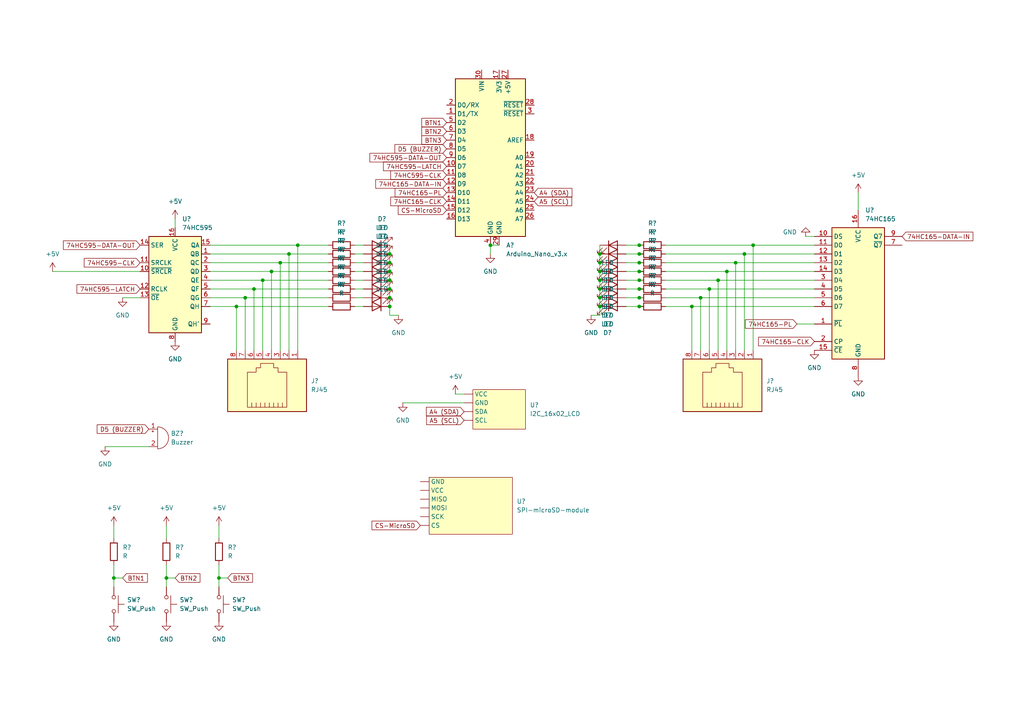
<source format=kicad_sch>
(kicad_sch (version 20211123) (generator eeschema)
  (paper "A4")
  (title_block (title "RJ-45 Tester (by Trifan Bogdan-Cristian)"))
  (lib_symbols
    (symbol "74xx:74HC165"
      (property "Reference" "U" (at -7.62 19.05 0))
      (property "Value" "74HC165" (at -7.62 -21.59 0))
      (symbol "74HC165_1_0"
        (pin input line (at -12.7 -10.16 0) (length 5.08) (name "~{PL}") (number "1"))
        (pin input line (at -12.7 15.24 0) (length 5.08) (name "DS") (number "10"))
        (pin input line (at -12.7 12.7 0) (length 5.08) (name "D0") (number "11"))
        (pin input line (at -12.7 10.16 0) (length 5.08) (name "D1") (number "12"))
        (pin input line (at -12.7 7.62 0) (length 5.08) (name "D2") (number "13"))
        (pin input line (at -12.7 5.08 0) (length 5.08) (name "D3") (number "14"))
        (pin input line (at -12.7 -17.78 0) (length 5.08) (name "~{CE}") (number "15"))
        (pin power_in line (at 0 22.86 270) (length 5.08) (name "VCC") (number "16"))
        (pin input line (at -12.7 -15.24 0) (length 5.08) (name "CP") (number "2"))
        (pin input line (at -12.7 2.54 0) (length 5.08) (name "D4") (number "3"))
        (pin input line (at -12.7 0 0) (length 5.08) (name "D5") (number "4"))
        (pin input line (at -12.7 -2.54 0) (length 5.08) (name "D6") (number "5"))
        (pin input line (at -12.7 -5.08 0) (length 5.08) (name "D7") (number "6"))
        (pin output line (at 12.7 12.7 180) (length 5.08) (name "~{Q7}") (number "7"))
        (pin power_in line (at 0 -25.4 90) (length 5.08) (name "GND") (number "8"))
        (pin output line (at 12.7 15.24 180) (length 5.08) (name "Q7") (number "9"))
      )
      (symbol "74HC165_1_1"
        (rectangle (start -7.62 17.78) (end 7.62 -20.32) (stroke (width 0.254)) (fill (type background)))
      )
    )
    (symbol "74xx:74HC595"
      (property "Reference" "U" (at -7.62 13.97 0))
      (property "Value" "74HC595" (at -7.62 -16.51 0))
      (symbol "74HC595_1_0"
        (pin tri_state line (at 10.16 7.62 180) (length 2.54) (name "QB") (number "1"))
        (pin input line (at -10.16 2.54 0) (length 2.54) (name "~{SRCLR}") (number "10"))
        (pin input line (at -10.16 5.08 0) (length 2.54) (name "SRCLK") (number "11"))
        (pin input line (at -10.16 -2.54 0) (length 2.54) (name "RCLK") (number "12"))
        (pin input line (at -10.16 -5.08 0) (length 2.54) (name "~{OE}") (number "13"))
        (pin input line (at -10.16 10.16 0) (length 2.54) (name "SER") (number "14"))
        (pin tri_state line (at 10.16 10.16 180) (length 2.54) (name "QA") (number "15"))
        (pin power_in line (at 0 15.24 270) (length 2.54) (name "VCC") (number "16"))
        (pin tri_state line (at 10.16 5.08 180) (length 2.54) (name "QC") (number "2"))
        (pin tri_state line (at 10.16 2.54 180) (length 2.54) (name "QD") (number "3"))
        (pin tri_state line (at 10.16 0 180) (length 2.54) (name "QE") (number "4"))
        (pin tri_state line (at 10.16 -2.54 180) (length 2.54) (name "QF") (number "5"))
        (pin tri_state line (at 10.16 -5.08 180) (length 2.54) (name "QG") (number "6"))
        (pin tri_state line (at 10.16 -7.62 180) (length 2.54) (name "QH") (number "7"))
        (pin power_in line (at 0 -17.78 90) (length 2.54) (name "GND") (number "8"))
        (pin output line (at 10.16 -12.7 180) (length 2.54) (name "QH'") (number "9"))
      )
      (symbol "74HC595_1_1"
        (rectangle (start -7.62 12.7) (end 7.62 -15.24) (stroke (width 0.254)) (fill (type background)))
      )
    )
    (symbol "Connector:RJ45" (pin_names (offset 1.016))
      (property "Reference" "J" (at -5.08 13.97 0))
      (property "Value" "RJ45" (at 2.54 13.97 0))
      (symbol "RJ45_0_1"
        (polyline (pts (xy -5.08 4.445) (xy -6.35 4.445)))
        (polyline (pts (xy -5.08 5.715) (xy -6.35 5.715)))
        (polyline (pts (xy -6.35 -3.175) (xy -5.08 -3.175) (xy -5.08 -3.175)))
        (polyline (pts (xy -6.35 -1.905) (xy -5.08 -1.905) (xy -5.08 -1.905)))
        (polyline (pts (xy -6.35 -0.635) (xy -5.08 -0.635) (xy -5.08 -0.635)))
        (polyline (pts (xy -6.35 0.635) (xy -5.08 0.635) (xy -5.08 0.635)))
        (polyline (pts (xy -6.35 1.905) (xy -5.08 1.905) (xy -5.08 1.905)))
        (polyline (pts (xy -5.08 3.175) (xy -6.35 3.175) (xy -6.35 3.175)))
        (polyline (pts (xy -6.35 -4.445) (xy -6.35 6.985) (xy 3.81 6.985) (xy 3.81 4.445) (xy 5.08 4.445) (xy 5.08 3.175) (xy 6.35 3.175) (xy 6.35 -0.635) (xy 5.08 -0.635) (xy 5.08 -1.905) (xy 3.81 -1.905) (xy 3.81 -4.445) (xy -6.35 -4.445) (xy -6.35 -4.445)))
        (rectangle (start 7.62 12.7) (end -7.62 -10.16) (stroke (width 0.254)) (fill (type background)))
      )
      (symbol "RJ45_1_1"
        (pin passive line (at 10.16 -7.62 180) (length 2.54) (name "~") (number "1"))
        (pin passive line (at 10.16 -5.08 180) (length 2.54) (name "~") (number "2"))
        (pin passive line (at 10.16 -2.54 180) (length 2.54) (name "~") (number "3"))
        (pin passive line (at 10.16 0 180) (length 2.54) (name "~") (number "4"))
        (pin passive line (at 10.16 2.54 180) (length 2.54) (name "~") (number "5"))
        (pin passive line (at 10.16 5.08 180) (length 2.54) (name "~") (number "6"))
        (pin passive line (at 10.16 7.62 180) (length 2.54) (name "~") (number "7"))
        (pin passive line (at 10.16 10.16 180) (length 2.54) (name "~") (number "8"))
      )
    )
    (symbol "Device:Buzzer" (pin_names (offset 0.0254) hide)
      (property "Reference" "BZ" (at 3.81 1.27 0))
      (property "Value" "Buzzer" (at 3.81 -1.27 0))
      (symbol "Buzzer_0_1"
        (arc (start 0 -3.175) (mid 3.175 0) (end 0 3.175))
        (polyline (pts (xy -1.651 1.905) (xy -1.143 1.905)))
        (polyline (pts (xy -1.397 2.159) (xy -1.397 1.651)))
        (polyline (pts (xy 0 3.175) (xy 0 -3.175)))
      )
      (symbol "Buzzer_1_1"
        (pin passive line (at -2.54 2.54 0) (length 2.54) (name "-") (number "1"))
        (pin passive line (at -2.54 -2.54 0) (length 2.54) (name "+") (number "2"))
      )
    )
    (symbol "Device:LED" (pin_numbers hide) (pin_names (offset 1.016) hide)
      (property "Reference" "D" (at 0 2.54 0))
      (property "Value" "LED" (at 0 -2.54 0))
      (symbol "LED_0_1"
        (polyline (pts (xy -1.27 -1.27) (xy -1.27 1.27)) (stroke (width 0.254)))
        (polyline (pts (xy -1.27 0) (xy 1.27 0)))
        (polyline (pts (xy 1.27 -1.27) (xy 1.27 1.27) (xy -1.27 0) (xy 1.27 -1.27)) (stroke (width 0.254)))
        (polyline (pts (xy -3.048 -0.762) (xy -4.572 -2.286) (xy -3.81 -2.286) (xy -4.572 -2.286) (xy -4.572 -1.524)))
        (polyline (pts (xy -1.778 -0.762) (xy -3.302 -2.286) (xy -2.54 -2.286) (xy -3.302 -2.286) (xy -3.302 -1.524)))
      )
      (symbol "LED_1_1"
        (pin passive line (at -3.81 0 0) (length 2.54) (name "K") (number "1"))
        (pin passive line (at 3.81 0 180) (length 2.54) (name "A") (number "2"))
      )
    )
    (symbol "Device:R" (pin_numbers hide) (pin_names (offset 0))
      (property "Reference" "R" (at 2.032 0 90))
      (property "Value" "R" (at 0 0 90))
      (symbol "R_0_1"
        (rectangle (start -1.016 -2.54) (end 1.016 2.54) (stroke (width 0.254)))
      )
      (symbol "R_1_1"
        (pin passive line (at 0 3.81 270) (length 1.27) (name "~") (number "1"))
        (pin passive line (at 0 -3.81 90) (length 1.27) (name "~") (number "2"))
      )
    )
    (symbol "MCU_Module:Arduino_Nano_v3.x"
      (property "Reference" "A" (at -10.16 23.495 0))
      (property "Value" "Arduino_Nano_v3.x" (at 5.08 -24.13 0))
      (symbol "Arduino_Nano_v3.x_0_1"
        (rectangle (start -10.16 22.86) (end 10.16 -22.86) (stroke (width 0.254)) (fill (type background)))
      )
      (symbol "Arduino_Nano_v3.x_1_1"
        (pin bidirectional line (at -12.7 12.7 0) (length 2.54) (name "D1/TX") (number "1"))
        (pin bidirectional line (at -12.7 -2.54 0) (length 2.54) (name "D7") (number "10"))
        (pin bidirectional line (at -12.7 -5.08 0) (length 2.54) (name "D8") (number "11"))
        (pin bidirectional line (at -12.7 -7.62 0) (length 2.54) (name "D9") (number "12"))
        (pin bidirectional line (at -12.7 -10.16 0) (length 2.54) (name "D10") (number "13"))
        (pin bidirectional line (at -12.7 -12.7 0) (length 2.54) (name "D11") (number "14"))
        (pin bidirectional line (at -12.7 -15.24 0) (length 2.54) (name "D12") (number "15"))
        (pin bidirectional line (at -12.7 -17.78 0) (length 2.54) (name "D13") (number "16"))
        (pin power_out line (at 2.54 25.4 270) (length 2.54) (name "3V3") (number "17"))
        (pin input line (at 12.7 5.08 180) (length 2.54) (name "AREF") (number "18"))
        (pin bidirectional line (at 12.7 0 180) (length 2.54) (name "A0") (number "19"))
        (pin bidirectional line (at -12.7 15.24 0) (length 2.54) (name "D0/RX") (number "2"))
        (pin bidirectional line (at 12.7 -2.54 180) (length 2.54) (name "A1") (number "20"))
        (pin bidirectional line (at 12.7 -5.08 180) (length 2.54) (name "A2") (number "21"))
        (pin bidirectional line (at 12.7 -7.62 180) (length 2.54) (name "A3") (number "22"))
        (pin bidirectional line (at 12.7 -10.16 180) (length 2.54) (name "A4") (number "23"))
        (pin bidirectional line (at 12.7 -12.7 180) (length 2.54) (name "A5") (number "24"))
        (pin bidirectional line (at 12.7 -15.24 180) (length 2.54) (name "A6") (number "25"))
        (pin bidirectional line (at 12.7 -17.78 180) (length 2.54) (name "A7") (number "26"))
        (pin power_out line (at 5.08 25.4 270) (length 2.54) (name "+5V") (number "27"))
        (pin input line (at 12.7 15.24 180) (length 2.54) (name "~{RESET}") (number "28"))
        (pin power_in line (at 2.54 -25.4 90) (length 2.54) (name "GND") (number "29"))
        (pin input line (at 12.7 12.7 180) (length 2.54) (name "~{RESET}") (number "3"))
        (pin power_in line (at -2.54 25.4 270) (length 2.54) (name "VIN") (number "30"))
        (pin power_in line (at 0 -25.4 90) (length 2.54) (name "GND") (number "4"))
        (pin bidirectional line (at -12.7 10.16 0) (length 2.54) (name "D2") (number "5"))
        (pin bidirectional line (at -12.7 7.62 0) (length 2.54) (name "D3") (number "6"))
        (pin bidirectional line (at -12.7 5.08 0) (length 2.54) (name "D4") (number "7"))
        (pin bidirectional line (at -12.7 2.54 0) (length 2.54) (name "D5") (number "8"))
        (pin bidirectional line (at -12.7 0 0) (length 2.54) (name "D6") (number "9"))
      )
    )
    (symbol "Switch:SW_Push" (pin_numbers hide) (pin_names (offset 1.016) hide)
      (property "Reference" "SW" (at 1.27 2.54 0))
      (property "Value" "SW_Push" (at 0 -1.524 0))
      (symbol "SW_Push_0_1"
        (circle (center -2.032 0) (radius 0.508))
        (polyline (pts (xy 0 1.27) (xy 0 3.048)))
        (polyline (pts (xy 2.54 1.27) (xy -2.54 1.27)))
        (circle (center 2.032 0) (radius 0.508))
        (pin passive line (at -5.08 0 0) (length 2.54) (name "1") (number "1"))
        (pin passive line (at 5.08 0 180) (length 2.54) (name "2") (number "2"))
      )
    )
    (symbol "custom-parts:I2C_16x02_LCD"
      (property "Reference" "U" (at 0 0 0))
      (property "Value" "I2C_16x02_LCD" (at 0 0 0))
      (symbol "I2C_16x02_LCD_0_1"
        (rectangle (start -7.62 -1.27) (end 7.62 -12.7) (fill (type background)))
      )
      (symbol "I2C_16x02_LCD_1_1"
        (pin input line (at -10.16 -5.08 0) (length 2.54) (name "GND") (number ""))
        (pin input line (at -10.16 -10.16 0) (length 2.54) (name "SCL") (number ""))
        (pin input line (at -10.16 -7.62 0) (length 2.54) (name "SDA") (number ""))
        (pin input line (at -10.16 -2.54 0) (length 2.54) (name "VCC") (number ""))
      )
    )
    (symbol "custom-parts:SPI-microSD-module"
      (property "Reference" "U" (at 0 0 0))
      (property "Value" "SPI-microSD-module" (at 0 0 0))
      (symbol "SPI-microSD-module_0_1"
        (rectangle (start -11.43 -1.27) (end 12.7 -17.78) (fill (type background)))
      )
      (symbol "SPI-microSD-module_1_1"
        (pin input line (at -13.97 -15.24 0) (length 2.54) (name "CS") (number ""))
        (pin input line (at -13.97 -2.54 0) (length 2.54) (name "GND") (number ""))
        (pin input line (at -13.97 -7.62 0) (length 2.54) (name "MISO") (number ""))
        (pin input line (at -13.97 -10.16 0) (length 2.54) (name "MOSI") (number ""))
        (pin input line (at -13.97 -12.7 0) (length 2.54) (name "SCK") (number ""))
        (pin input line (at -13.97 -5.08 0) (length 2.54) (name "VCC") (number ""))
      )
    )
    (symbol "power:+5V" (power) (pin_names (offset 0))
      (property "Value" "+5V" (at 0 3.556 0))
      (symbol "+5V_0_1"
        (polyline (pts (xy -0.762 1.27) (xy 0 2.54)))
        (polyline (pts (xy 0 0) (xy 0 2.54)))
        (polyline (pts (xy 0 2.54) (xy 0.762 1.27)))
      )
      (symbol "+5V_1_1"
        (pin power_in line (at 0 0 90) (length 0) hide (name "+5V") (number "1"))
      )
    )
    (symbol "power:GND" (power) (pin_names (offset 0))
      (property "Value" "GND" (at 0 -3.81 0))
      (symbol "GND_0_1"
        (polyline (pts (xy 0 0) (xy 0 -1.27) (xy 1.27 -1.27) (xy 0 -2.54) (xy -1.27 -1.27) (xy 0 -1.27)))
      )
      (symbol "GND_1_1"
        (pin power_in line (at 0 0 270) (length 0) hide (name "GND") (number "1"))
      )
    )
  )
  (junction (at 113.03 86.36))
  (junction (at 208.28 81.28))
  (junction (at 215.9 73.66))
  (junction (at 185.42 73.66))
  (junction (at 173.99 83.82))
  (junction (at 113.03 73.66))
  (junction (at 173.99 88.9))
  (junction (at 71.12 86.36))
  (junction (at 205.74 83.82))
  (junction (at 78.74 78.74))
  (junction (at 185.42 81.28))
  (junction (at 48.26 167.64))
  (junction (at 218.44 71.12))
  (junction (at 185.42 78.74))
  (junction (at 73.66 83.82))
  (junction (at 173.99 81.28))
  (junction (at 86.36 71.12))
  (junction (at 113.03 81.28))
  (junction (at 76.2 81.28))
  (junction (at 210.82 78.74))
  (junction (at 185.42 88.9))
  (junction (at 185.42 86.36))
  (junction (at 113.03 76.2))
  (junction (at 185.42 71.12))
  (junction (at 83.82 73.66))
  (junction (at 185.42 83.82))
  (junction (at 200.66 88.9))
  (junction (at 113.03 78.74))
  (junction (at 142.24 71.12))
  (junction (at 173.99 86.36))
  (junction (at 185.42 76.2))
  (junction (at 173.99 76.2))
  (junction (at 173.99 73.66))
  (junction (at 63.5 167.64))
  (junction (at 173.99 78.74))
  (junction (at 33.02 167.64))
  (junction (at 81.28 76.2))
  (junction (at 113.03 83.82))
  (junction (at 213.36 76.2))
  (junction (at 113.03 88.9))
  (junction (at 68.58 88.9))
  (junction (at 203.2 86.36))
  (wire (pts (xy 181.61 73.66) (xy 185.42 73.66)))
  (wire (pts (xy 30.48 129.54) (xy 43.18 129.54)))
  (wire (pts (xy 102.87 86.36) (xy 105.41 86.36)))
  (wire (pts (xy 102.87 71.12) (xy 105.41 71.12)))
  (wire (pts (xy 48.26 167.64) (xy 48.26 170.18)))
  (wire (pts (xy 132.08 114.3) (xy 134.62 114.3)))
  (wire (pts (xy 215.9 73.66) (xy 236.22 73.66)))
  (wire (pts (xy 193.04 73.66) (xy 215.9 73.66)))
  (wire (pts (xy 144.78 71.12) (xy 142.24 71.12)))
  (wire (pts (xy 60.96 86.36) (xy 71.12 86.36)))
  (wire (pts (xy 81.28 76.2) (xy 95.25 76.2)))
  (wire (pts (xy 185.42 88.9) (xy 186.69 88.9)))
  (wire (pts (xy 181.61 86.36) (xy 185.42 86.36)))
  (wire (pts (xy 81.28 76.2) (xy 81.28 101.6)))
  (wire (pts (xy 173.99 91.44) (xy 171.45 91.44)))
  (wire (pts (xy 203.2 86.36) (xy 203.2 101.6)))
  (wire (pts (xy 215.9 101.6) (xy 215.9 73.66)))
  (wire (pts (xy 102.87 76.2) (xy 105.41 76.2)))
  (wire (pts (xy 102.87 73.66) (xy 105.41 73.66)))
  (wire (pts (xy 68.58 88.9) (xy 68.58 101.6)))
  (wire (pts (xy 113.03 91.44) (xy 115.57 91.44)))
  (wire (pts (xy 236.22 88.9) (xy 200.66 88.9)))
  (wire (pts (xy 236.22 83.82) (xy 205.74 83.82)))
  (wire (pts (xy 50.8 66.04) (xy 50.8 63.5)))
  (wire (pts (xy 102.87 83.82) (xy 105.41 83.82)))
  (wire (pts (xy 33.02 167.64) (xy 35.56 167.64)))
  (wire (pts (xy 73.66 83.82) (xy 95.25 83.82)))
  (wire (pts (xy 33.02 167.64) (xy 33.02 170.18)))
  (wire (pts (xy 173.99 76.2) (xy 173.99 78.74)))
  (wire (pts (xy 208.28 81.28) (xy 208.28 101.6)))
  (wire (pts (xy 33.02 156.21) (xy 33.02 152.4)))
  (wire (pts (xy 86.36 71.12) (xy 95.25 71.12)))
  (wire (pts (xy 113.03 71.12) (xy 113.03 73.66)))
  (wire (pts (xy 83.82 73.66) (xy 83.82 101.6)))
  (wire (pts (xy 185.42 76.2) (xy 186.69 76.2)))
  (wire (pts (xy 236.22 76.2) (xy 213.36 76.2)))
  (wire (pts (xy 113.03 73.66) (xy 113.03 76.2)))
  (wire (pts (xy 116.84 116.84) (xy 134.62 116.84)))
  (wire (pts (xy 71.12 86.36) (xy 95.25 86.36)))
  (wire (pts (xy 210.82 78.74) (xy 236.22 78.74)))
  (wire (pts (xy 173.99 88.9) (xy 173.99 91.44)))
  (wire (pts (xy 233.68 68.58) (xy 236.22 68.58)))
  (wire (pts (xy 102.87 81.28) (xy 105.41 81.28)))
  (wire (pts (xy 231.14 93.98) (xy 236.22 93.98)))
  (wire (pts (xy 60.96 73.66) (xy 83.82 73.66)))
  (wire (pts (xy 181.61 88.9) (xy 185.42 88.9)))
  (wire (pts (xy 181.61 83.82) (xy 185.42 83.82)))
  (wire (pts (xy 48.26 163.83) (xy 48.26 167.64)))
  (wire (pts (xy 248.92 55.88) (xy 248.92 60.96)))
  (wire (pts (xy 205.74 83.82) (xy 193.04 83.82)))
  (wire (pts (xy 213.36 76.2) (xy 213.36 101.6)))
  (wire (pts (xy 185.42 86.36) (xy 186.69 86.36)))
  (wire (pts (xy 63.5 163.83) (xy 63.5 167.64)))
  (wire (pts (xy 173.99 73.66) (xy 173.99 76.2)))
  (wire (pts (xy 185.42 78.74) (xy 186.69 78.74)))
  (wire (pts (xy 68.58 88.9) (xy 95.25 88.9)))
  (wire (pts (xy 181.61 71.12) (xy 185.42 71.12)))
  (wire (pts (xy 15.24 78.74) (xy 40.64 78.74)))
  (wire (pts (xy 78.74 78.74) (xy 78.74 101.6)))
  (wire (pts (xy 181.61 81.28) (xy 185.42 81.28)))
  (wire (pts (xy 102.87 78.74) (xy 105.41 78.74)))
  (wire (pts (xy 203.2 86.36) (xy 236.22 86.36)))
  (wire (pts (xy 173.99 86.36) (xy 173.99 88.9)))
  (wire (pts (xy 76.2 81.28) (xy 95.25 81.28)))
  (wire (pts (xy 213.36 76.2) (xy 193.04 76.2)))
  (wire (pts (xy 218.44 71.12) (xy 193.04 71.12)))
  (wire (pts (xy 60.96 76.2) (xy 81.28 76.2)))
  (wire (pts (xy 185.42 71.12) (xy 186.69 71.12)))
  (wire (pts (xy 60.96 81.28) (xy 76.2 81.28)))
  (wire (pts (xy 173.99 78.74) (xy 173.99 81.28)))
  (wire (pts (xy 86.36 71.12) (xy 86.36 101.6)))
  (wire (pts (xy 185.42 73.66) (xy 186.69 73.66)))
  (wire (pts (xy 200.66 88.9) (xy 200.66 101.6)))
  (wire (pts (xy 193.04 86.36) (xy 203.2 86.36)))
  (wire (pts (xy 185.42 81.28) (xy 186.69 81.28)))
  (wire (pts (xy 48.26 167.64) (xy 50.8 167.64)))
  (wire (pts (xy 218.44 71.12) (xy 218.44 101.6)))
  (wire (pts (xy 63.5 167.64) (xy 66.04 167.64)))
  (wire (pts (xy 63.5 156.21) (xy 63.5 152.4)))
  (wire (pts (xy 102.87 88.9) (xy 105.41 88.9)))
  (wire (pts (xy 181.61 78.74) (xy 185.42 78.74)))
  (wire (pts (xy 63.5 167.64) (xy 63.5 170.18)))
  (wire (pts (xy 78.74 78.74) (xy 95.25 78.74)))
  (wire (pts (xy 208.28 81.28) (xy 193.04 81.28)))
  (wire (pts (xy 76.2 81.28) (xy 76.2 101.6)))
  (wire (pts (xy 113.03 76.2) (xy 113.03 78.74)))
  (wire (pts (xy 113.03 86.36) (xy 113.03 88.9)))
  (wire (pts (xy 236.22 81.28) (xy 208.28 81.28)))
  (wire (pts (xy 210.82 101.6) (xy 210.82 78.74)))
  (wire (pts (xy 73.66 83.82) (xy 73.66 101.6)))
  (wire (pts (xy 193.04 78.74) (xy 210.82 78.74)))
  (wire (pts (xy 113.03 83.82) (xy 113.03 86.36)))
  (wire (pts (xy 60.96 71.12) (xy 86.36 71.12)))
  (wire (pts (xy 205.74 83.82) (xy 205.74 101.6)))
  (wire (pts (xy 142.24 71.12) (xy 142.24 73.66)))
  (wire (pts (xy 35.56 86.36) (xy 40.64 86.36)))
  (wire (pts (xy 173.99 83.82) (xy 173.99 86.36)))
  (wire (pts (xy 83.82 73.66) (xy 95.25 73.66)))
  (wire (pts (xy 48.26 156.21) (xy 48.26 152.4)))
  (wire (pts (xy 60.96 83.82) (xy 73.66 83.82)))
  (wire (pts (xy 113.03 78.74) (xy 113.03 81.28)))
  (wire (pts (xy 200.66 88.9) (xy 193.04 88.9)))
  (wire (pts (xy 185.42 83.82) (xy 186.69 83.82)))
  (wire (pts (xy 71.12 86.36) (xy 71.12 101.6)))
  (wire (pts (xy 33.02 163.83) (xy 33.02 167.64)))
  (wire (pts (xy 113.03 88.9) (xy 113.03 91.44)))
  (wire (pts (xy 60.96 78.74) (xy 78.74 78.74)))
  (wire (pts (xy 60.96 88.9) (xy 68.58 88.9)))
  (wire (pts (xy 173.99 71.12) (xy 173.99 73.66)))
  (wire (pts (xy 113.03 81.28) (xy 113.03 83.82)))
  (wire (pts (xy 173.99 81.28) (xy 173.99 83.82)))
  (wire (pts (xy 181.61 76.2) (xy 185.42 76.2)))
  (wire (pts (xy 236.22 71.12) (xy 218.44 71.12)))
  (global_label "CS-MicroSD" (shape input) (at 129.54 60.96 180) (property "Intersheet References" "${INTERSHEET_REFS}" (effects hide)))
  (global_label "74HC165-DATA-IN" (shape input) (at 129.54 53.34 180) (property "Intersheet References" "${INTERSHEET_REFS}" (effects hide)))
  (global_label "74HC165-PL" (shape input) (at 129.54 55.88 180) (property "Intersheet References" "${INTERSHEET_REFS}" (effects hide)))
  (global_label "74HC595-DATA-OUT" (shape input) (at 40.64 71.12 180) (property "Intersheet References" "${INTERSHEET_REFS}" (effects hide)))
  (global_label "BTN1" (shape input) (at 129.54 35.56 180) (property "Intersheet References" "${INTERSHEET_REFS}" (effects hide)))
  (global_label "74HC165-CLK" (shape input) (at 129.54 58.42 180) (property "Intersheet References" "${INTERSHEET_REFS}" (effects hide)))
  (global_label "A5 (SCL)" (shape input) (at 154.94 58.42 0) (property "Intersheet References" "${INTERSHEET_REFS}" (effects hide)))
  (global_label "74HC595-CLK" (shape input) (at 129.54 50.8 180) (property "Intersheet References" "${INTERSHEET_REFS}" (effects hide)))
  (global_label "74HC165-DATA-IN" (shape input) (at 261.62 68.58 0) (property "Intersheet References" "${INTERSHEET_REFS}" (effects hide)))
  (global_label "BTN3" (shape input) (at 129.54 40.64 180) (property "Intersheet References" "${INTERSHEET_REFS}" (effects hide)))
  (global_label "BTN2" (shape input) (at 50.8 167.64 0) (property "Intersheet References" "${INTERSHEET_REFS}" (effects hide)))
  (global_label "A5 (SCL)" (shape input) (at 134.62 121.92 180) (property "Intersheet References" "${INTERSHEET_REFS}" (effects hide)))
  (global_label "BTN1" (shape input) (at 35.56 167.64 0) (property "Intersheet References" "${INTERSHEET_REFS}" (effects hide)))
  (global_label "74HC595-CLK" (shape input) (at 40.64 76.2 180) (property "Intersheet References" "${INTERSHEET_REFS}" (effects hide)))
  (global_label "BTN3" (shape input) (at 66.04 167.64 0) (property "Intersheet References" "${INTERSHEET_REFS}" (effects hide)))
  (global_label "74HC595-DATA-OUT" (shape input) (at 129.54 45.72 180) (property "Intersheet References" "${INTERSHEET_REFS}" (effects hide)))
  (global_label "BTN2" (shape input) (at 129.54 38.1 180) (property "Intersheet References" "${INTERSHEET_REFS}" (effects hide)))
  (global_label "74HC595-LATCH" (shape input) (at 40.64 83.82 180) (property "Intersheet References" "${INTERSHEET_REFS}" (effects hide)))
  (global_label "74HC165-PL" (shape input) (at 231.14 93.98 180) (property "Intersheet References" "${INTERSHEET_REFS}" (effects hide)))
  (global_label "74HC595-LATCH" (shape input) (at 129.54 48.26 180) (property "Intersheet References" "${INTERSHEET_REFS}" (effects hide)))
  (global_label "A4 (SDA)" (shape input) (at 154.94 55.88 0) (property "Intersheet References" "${INTERSHEET_REFS}" (effects hide)))
  (global_label "D5 (BUZZER)" (shape input) (at 43.18 124.46 180) (property "Intersheet References" "${INTERSHEET_REFS}" (effects hide)))
  (global_label "CS-MicroSD" (shape input) (at 121.92 152.4 180) (property "Intersheet References" "${INTERSHEET_REFS}" (effects hide)))
  (global_label "74HC165-CLK" (shape input) (at 236.22 99.06 180) (property "Intersheet References" "${INTERSHEET_REFS}" (effects hide)))
  (global_label "D5 (BUZZER)" (shape input) (at 129.54 43.18 180) (property "Intersheet References" "${INTERSHEET_REFS}" (effects hide)))
  (global_label "A4 (SDA)" (shape input) (at 134.62 119.38 180) (property "Intersheet References" "${INTERSHEET_REFS}" (effects hide)))
  (symbol (lib_id "Device:LED") (at 109.22 76.2 180) (unit 1)
    (property "Reference" "D?" (at 110.8075 68.58 0))
    (property "Value" "LED" (at 110.8075 71.12 0))
  )
  (symbol (lib_id "power:GND") (at 48.26 180.34 0) (unit 1)
    (property "Reference" "#PWR?" (effects hide))
    (property "Value" "GND" (at 48.26 185.42 0))
  )
  (symbol (lib_id "power:GND") (at 142.24 73.66 0) (unit 1)
    (property "Reference" "#PWR?" (effects hide))
    (property "Value" "GND" (at 142.24 78.74 0))
  )
  (symbol (lib_id "Device:R") (at 189.23 71.12 270) (unit 1)
    (property "Reference" "R?" (at 189.23 64.77 90))
    (property "Value" "R" (at 189.23 67.31 90))
  )
  (symbol (lib_id "power:GND") (at 115.57 91.44 0) (unit 1)
    (property "Reference" "#PWR?" (effects hide))
    (property "Value" "GND" (at 115.57 96.52 0))
  )
  (symbol (lib_id "power:GND") (at 33.02 180.34 0) (unit 1)
    (property "Reference" "#PWR?" (effects hide))
    (property "Value" "GND" (at 33.02 185.42 0))
  )
  (symbol (lib_id "power:+5V") (at 50.8 63.5 0) (unit 1)
    (property "Reference" "#PWR?" (effects hide))
    (property "Value" "+5V" (at 50.8 58.42 0))
  )
  (symbol (lib_id "Device:LED") (at 177.8 73.66 0) (unit 1)
    (property "Reference" "D?" (at 176.2125 81.28 0))
    (property "Value" "LED" (at 176.2125 78.74 0))
  )
  (symbol (lib_id "power:+5V") (at 63.5 152.4 0) (unit 1)
    (property "Reference" "#PWR?" (effects hide))
    (property "Value" "+5V" (at 63.5 147.32 0))
  )
  (symbol (lib_id "Device:R") (at 189.23 83.82 270) (unit 1)
    (property "Reference" "R?" (at 189.23 77.47 90))
    (property "Value" "R" (at 189.23 80.01 90))
  )
  (symbol (lib_id "Device:LED") (at 109.22 83.82 180) (unit 1)
    (property "Reference" "D?" (at 110.8075 76.2 0))
    (property "Value" "LED" (at 110.8075 78.74 0))
  )
  (symbol (lib_id "power:GND") (at 116.84 116.84 0) (unit 1)
    (property "Reference" "#PWR?" (effects hide))
    (property "Value" "GND" (at 116.84 121.92 0))
  )
  (symbol (lib_id "MCU_Module:Arduino_Nano_v3.x") (at 142.24 45.72 0) (unit 1)
    (property "Reference" "A?" (at 146.7994 71.12 0) (effects (justify left)))
    (property "Value" "Arduino_Nano_v3.x" (at 146.7994 73.66 0) (effects (justify left)))
    (property "Footprint" "Module:Arduino_Nano" (effects hide))
    (property "Datasheet" "http://www.mouser.com/pdfdocs/Gravitech_Arduino_Nano3_0.pdf" (effects hide))
  )
  (symbol (lib_id "power:GND") (at 248.92 109.22 0) (unit 1)
    (property "Reference" "#PWR?" (effects hide))
    (property "Value" "GND" (at 248.92 114.3 0))
  )
  (symbol (lib_id "power:+5V") (at 33.02 152.4 0) (unit 1)
    (property "Reference" "#PWR?" (effects hide))
    (property "Value" "+5V" (at 33.02 147.32 0))
  )
  (symbol (lib_id "Device:LED") (at 109.22 88.9 180) (unit 1)
    (property "Reference" "D?" (at 110.8075 81.28 0))
    (property "Value" "LED" (at 110.8075 83.82 0))
  )
  (symbol (lib_id "Device:R") (at 189.23 86.36 270) (unit 1)
    (property "Reference" "R?" (at 189.23 80.01 90))
    (property "Value" "R" (at 189.23 82.55 90))
  )
  (symbol (lib_id "Device:R") (at 48.26 160.02 0) (unit 1)
    (property "Reference" "R?" (at 50.8 158.7499 0) (effects (justify left)))
    (property "Value" "R" (at 50.8 161.2899 0) (effects (justify left)))
  )
  (symbol (lib_id "Device:R") (at 99.06 88.9 270) (unit 1)
    (property "Reference" "R?" (at 99.06 82.55 90))
    (property "Value" "R" (at 99.06 85.09 90))
  )
  (symbol (lib_id "Device:LED") (at 109.22 86.36 180) (unit 1)
    (property "Reference" "D?" (at 110.8075 78.74 0))
    (property "Value" "LED" (at 110.8075 81.28 0))
  )
  (symbol (lib_id "Switch:SW_Push") (at 48.26 175.26 270) (unit 1)
    (property "Reference" "SW?" (at 52.07 173.9899 90) (effects (justify left)))
    (property "Value" "SW_Push" (at 52.07 176.5299 90) (effects (justify left)))
  )
  (symbol (lib_id "Switch:SW_Push") (at 63.5 175.26 270) (unit 1)
    (property "Reference" "SW?" (at 67.31 173.9899 90) (effects (justify left)))
    (property "Value" "SW_Push" (at 67.31 176.5299 90) (effects (justify left)))
  )
  (symbol (lib_id "Device:LED") (at 177.8 71.12 0) (unit 1)
    (property "Reference" "D?" (at 176.2125 78.74 0))
    (property "Value" "LED" (at 176.2125 76.2 0))
  )
  (symbol (lib_id "power:+5V") (at 48.26 152.4 0) (unit 1)
    (property "Reference" "#PWR?" (effects hide))
    (property "Value" "+5V" (at 48.26 147.32 0))
  )
  (symbol (lib_id "Device:R") (at 99.06 78.74 270) (unit 1)
    (property "Reference" "R?" (at 99.06 72.39 90))
    (property "Value" "R" (at 99.06 74.93 90))
  )
  (symbol (lib_id "Device:Buzzer") (at 45.72 127 0) (unit 1)
    (property "Reference" "BZ?" (at 49.53 125.7299 0) (effects (justify left)))
    (property "Value" "Buzzer" (at 49.53 128.2699 0) (effects (justify left)))
  )
  (symbol (lib_id "Device:R") (at 99.06 71.12 270) (unit 1)
    (property "Reference" "R?" (at 99.06 64.77 90))
    (property "Value" "R" (at 99.06 67.31 90))
  )
  (symbol (lib_id "power:GND") (at 171.45 91.44 0) (unit 1)
    (property "Reference" "#PWR?" (effects hide))
    (property "Value" "GND" (at 171.45 96.52 0))
  )
  (symbol (lib_id "Connector:RJ45") (at 78.74 111.76 90) (unit 1)
    (property "Reference" "J?" (at 90.17 110.4899 90) (effects (justify right)))
    (property "Value" "RJ45" (at 90.17 113.0299 90) (effects (justify right)))
  )
  (symbol (lib_id "power:+5V") (at 15.24 78.74 0) (unit 1)
    (property "Reference" "#PWR?" (effects hide))
    (property "Value" "+5V" (at 15.24 73.66 0))
  )
  (symbol (lib_id "Device:R") (at 189.23 73.66 270) (unit 1)
    (property "Reference" "R?" (at 189.23 67.31 90))
    (property "Value" "R" (at 189.23 69.85 90))
  )
  (symbol (lib_id "power:GND") (at 35.56 86.36 0) (unit 1)
    (property "Reference" "#PWR?" (effects hide))
    (property "Value" "GND" (at 35.56 91.44 0))
  )
  (symbol (lib_id "Device:LED") (at 177.8 88.9 0) (unit 1)
    (property "Reference" "D?" (at 176.2125 96.52 0))
    (property "Value" "LED" (at 176.2125 93.98 0))
  )
  (symbol (lib_id "Connector:RJ45") (at 210.82 111.76 90) (unit 1)
    (property "Reference" "J?" (at 222.25 110.4899 90) (effects (justify right)))
    (property "Value" "RJ45" (at 222.25 113.0299 90) (effects (justify right)))
  )
  (symbol (lib_id "Device:LED") (at 177.8 86.36 0) (unit 1)
    (property "Reference" "D?" (at 176.2125 93.98 0))
    (property "Value" "LED" (at 176.2125 91.44 0))
  )
  (symbol (lib_id "Device:LED") (at 109.22 78.74 180) (unit 1)
    (property "Reference" "D?" (at 110.8075 71.12 0))
    (property "Value" "LED" (at 110.8075 73.66 0))
  )
  (symbol (lib_id "power:GND") (at 30.48 129.54 0) (unit 1)
    (property "Reference" "#PWR?" (effects hide))
    (property "Value" "GND" (at 30.48 134.62 0))
  )
  (symbol (lib_id "Device:R") (at 189.23 76.2 270) (unit 1)
    (property "Reference" "R?" (at 189.23 69.85 90))
    (property "Value" "R" (at 189.23 72.39 90))
  )
  (symbol (lib_id "Device:R") (at 99.06 83.82 270) (unit 1)
    (property "Reference" "R?" (at 99.06 77.47 90))
    (property "Value" "R" (at 99.06 80.01 90))
  )
  (symbol (lib_id "74xx:74HC595") (at 50.8 81.28 0) (unit 1)
    (property "Reference" "U?" (at 52.8194 63.5 0) (effects (justify left)))
    (property "Value" "74HC595" (at 52.8194 66.04 0) (effects (justify left)))
    (property "Datasheet" "http://www.ti.com/lit/ds/symlink/sn74hc595.pdf" (effects hide))
  )
  (symbol (lib_id "power:+5V") (at 132.08 114.3 0) (unit 1)
    (property "Reference" "#PWR?" (effects hide))
    (property "Value" "+5V" (at 132.08 109.22 0))
  )
  (symbol (lib_id "Device:LED") (at 177.8 78.74 0) (unit 1)
    (property "Reference" "D?" (at 176.2125 86.36 0))
    (property "Value" "LED" (at 176.2125 83.82 0))
  )
  (symbol (lib_id "Device:R") (at 189.23 81.28 270) (unit 1)
    (property "Reference" "R?" (at 189.23 74.93 90))
    (property "Value" "R" (at 189.23 77.47 90))
  )
  (symbol (lib_id "Device:LED") (at 177.8 83.82 0) (unit 1)
    (property "Reference" "D?" (at 176.2125 91.44 0))
    (property "Value" "LED" (at 176.2125 88.9 0))
  )
  (symbol (lib_id "power:GND") (at 236.22 101.6 0) (unit 1)
    (property "Reference" "#PWR?" (effects hide))
    (property "Value" "GND" (at 236.22 106.68 0))
  )
  (symbol (lib_id "Device:LED") (at 177.8 81.28 0) (unit 1)
    (property "Reference" "D?" (at 176.2125 88.9 0))
    (property "Value" "LED" (at 176.2125 86.36 0))
  )
  (symbol (lib_id "power:GND") (at 63.5 180.34 0) (unit 1)
    (property "Reference" "#PWR?" (effects hide))
    (property "Value" "GND" (at 63.5 185.42 0))
  )
  (symbol (lib_id "Device:R") (at 99.06 81.28 270) (unit 1)
    (property "Reference" "R?" (at 99.06 74.93 90))
    (property "Value" "R" (at 99.06 77.47 90))
  )
  (symbol (lib_id "Device:R") (at 33.02 160.02 0) (unit 1)
    (property "Reference" "R?" (at 35.56 158.7499 0) (effects (justify left)))
    (property "Value" "R" (at 35.56 161.2899 0) (effects (justify left)))
  )
  (symbol (lib_id "Device:R") (at 99.06 86.36 270) (unit 1)
    (property "Reference" "R?" (at 99.06 80.01 90))
    (property "Value" "R" (at 99.06 82.55 90))
  )
  (symbol (lib_id "Device:R") (at 189.23 78.74 270) (unit 1)
    (property "Reference" "R?" (at 189.23 72.39 90))
    (property "Value" "R" (at 189.23 74.93 90))
  )
  (symbol (lib_id "Device:R") (at 99.06 76.2 270) (unit 1)
    (property "Reference" "R?" (at 99.06 69.85 90))
    (property "Value" "R" (at 99.06 72.39 90))
  )
  (symbol (lib_id "Device:LED") (at 109.22 81.28 180) (unit 1)
    (property "Reference" "D?" (at 110.8075 73.66 0))
    (property "Value" "LED" (at 110.8075 76.2 0))
  )
  (symbol (lib_id "custom-parts:SPI-microSD-module") (at 135.89 137.16 0) (unit 1)
    (property "Reference" "U?" (at 149.86 145.4149 0) (effects (justify left)))
    (property "Value" "SPI-microSD-module" (at 149.86 147.9549 0) (effects (justify left)))
  )
  (symbol (lib_id "Device:LED") (at 109.22 73.66 180) (unit 1)
    (property "Reference" "D?" (at 110.8075 66.04 0))
    (property "Value" "LED" (at 110.8075 68.58 0))
  )
  (symbol (lib_id "Device:R") (at 63.5 160.02 0) (unit 1)
    (property "Reference" "R?" (at 66.04 158.7499 0) (effects (justify left)))
    (property "Value" "R" (at 66.04 161.2899 0) (effects (justify left)))
  )
  (symbol (lib_id "Device:R") (at 99.06 73.66 270) (unit 1)
    (property "Reference" "R?" (at 99.06 67.31 90))
    (property "Value" "R" (at 99.06 69.85 90))
  )
  (symbol (lib_id "Switch:SW_Push") (at 33.02 175.26 270) (unit 1)
    (property "Reference" "SW?" (at 36.83 173.9899 90) (effects (justify left)))
    (property "Value" "SW_Push" (at 36.83 176.5299 90) (effects (justify left)))
  )
  (symbol (lib_id "Device:LED") (at 177.8 76.2 0) (unit 1)
    (property "Reference" "D?" (at 176.2125 83.82 0))
    (property "Value" "LED" (at 176.2125 81.28 0))
  )
  (symbol (lib_id "Device:R") (at 189.23 88.9 270) (unit 1)
    (property "Reference" "R?" (at 189.23 82.55 90))
    (property "Value" "R" (at 189.23 85.09 90))
  )
  (symbol (lib_id "Device:LED") (at 109.22 71.12 180) (unit 1)
    (property "Reference" "D?" (at 110.8075 63.5 0))
    (property "Value" "LED" (at 110.8075 66.04 0))
  )
  (symbol (lib_id "custom-parts:I2C_16x02_LCD") (at 144.78 111.76 0) (unit 1)
    (property "Reference" "U?" (at 153.67 117.4749 0) (effects (justify left)))
    (property "Value" "I2C_16x02_LCD" (at 153.67 120.0149 0) (effects (justify left)))
  )
  (symbol (lib_id "power:+5V") (at 248.92 55.88 0) (unit 1)
    (property "Reference" "#PWR?" (effects hide))
    (property "Value" "+5V" (at 248.92 50.8 0))
  )
  (symbol (lib_id "power:GND") (at 50.8 99.06 0) (unit 1)
    (property "Reference" "#PWR?" (effects hide))
    (property "Value" "GND" (at 50.8 104.14 0))
  )
  (symbol (lib_id "power:GND") (at 233.68 68.58 0) (mirror x) (unit 1)
    (property "Reference" "#PWR?" (effects hide))
    (property "Value" "GND" (at 231.14 67.3099 0) (effects (justify right)))
  )
  (symbol (lib_id "74xx:74HC165") (at 248.92 83.82 0) (unit 1)
    (property "Reference" "U?" (at 250.9394 60.96 0) (effects (justify left)))
    (property "Value" "74HC165" (at 250.9394 63.5 0) (effects (justify left)))
    (property "Datasheet" "https://assets.nexperia.com/documents/data-sheet/74HC_HCT165.pdf" (effects hide))
  )
)
</source>
